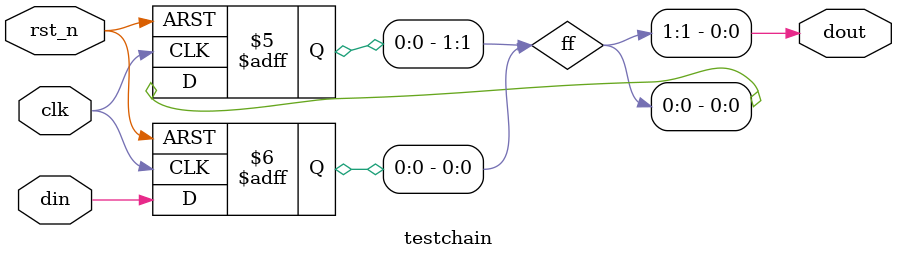
<source format=v>
module testchain #(parameter N = 2
		   ) (
		      input wire  clk,
		      input wire  rst_n,
		      input wire  din,
		      output wire dout
		      );
  
   reg [N-1:0] ff;

   always @(posedge clk or negedge rst_n) begin
      if (rst_n == 1'b0)
	ff[0] <= 1'b0;
      else
	ff[0] <= din;
   end
   
   genvar i;
   generate
      for (i = 1; i < N; i = i + 1) begin : inv_pair
	 always @(posedge clk or negedge rst_n) begin
	    if (rst_n == 1'b0)
	      ff[i] <= 1'b0;
	    else
	      ff[i] <= ff[i-1];
         end
      end
   endgenerate

   assign dout = ff[N-1];
   
endmodule

</source>
